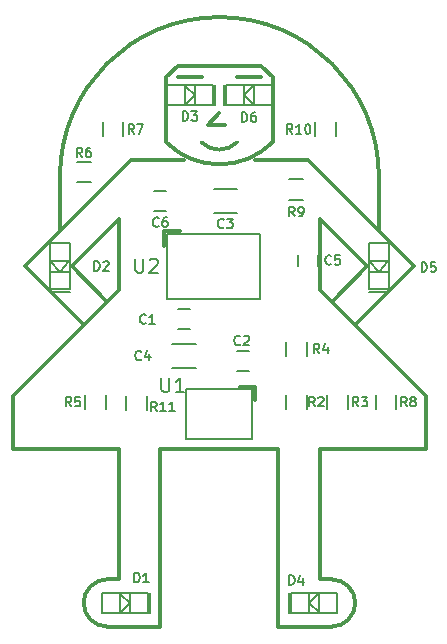
<source format=gto>
G04 #@! TF.FileFunction,Legend,Top*
%FSLAX46Y46*%
G04 Gerber Fmt 4.6, Leading zero omitted, Abs format (unit mm)*
G04 Created by KiCad (PCBNEW (2014-11-29 BZR 5307)-product) date 2/1/2015 9:55:14 PM*
%MOMM*%
G01*
G04 APERTURE LIST*
%ADD10C,0.150000*%
%ADD11C,0.350000*%
%ADD12C,0.300000*%
%ADD13C,0.200000*%
G04 APERTURE END LIST*
D10*
D11*
X126000000Y-96900000D02*
X126000000Y-97500000D01*
X99000000Y-96900000D02*
X99000000Y-97500000D01*
D12*
X116000000Y-88500000D02*
X114000000Y-88500000D01*
X109000000Y-88500000D02*
X111000000Y-88500000D01*
X111500000Y-92500000D02*
X113000000Y-92500000D01*
X112500000Y-91500000D02*
X111500000Y-92500000D01*
X111000000Y-94000000D02*
G75*
G03X114000000Y-94000000I1500000J1500000D01*
G01*
D11*
X108000000Y-93500000D02*
X108000000Y-94000000D01*
X117000000Y-93500000D02*
X117000000Y-94000000D01*
X108000000Y-94000000D02*
G75*
G03X117000000Y-94000000I4500000J4500000D01*
G01*
X108000000Y-88500000D02*
X108000000Y-93500000D01*
X109000000Y-87500000D02*
X108000000Y-88500000D01*
X112500000Y-87500000D02*
X109000000Y-87500000D01*
X117000000Y-88500000D02*
X117000000Y-93500000D01*
X116000000Y-87500000D02*
X117000000Y-88500000D01*
X112500000Y-87500000D02*
X116000000Y-87500000D01*
X126000000Y-96900000D02*
G75*
G03X112500000Y-83400000I-13500000J0D01*
G01*
X112500000Y-83400000D02*
G75*
G03X99000000Y-96900000I0J-13500000D01*
G01*
X126000000Y-101500000D02*
X126000000Y-97500000D01*
X99000000Y-101500000D02*
X99000000Y-97500000D01*
X120000000Y-95500000D02*
X115500000Y-95500000D01*
X129000000Y-104500000D02*
X120000000Y-95500000D01*
X124000000Y-109500000D02*
X129000000Y-104500000D01*
X125000000Y-104500000D02*
X122000000Y-107500000D01*
X121000000Y-100500000D02*
X125000000Y-104500000D01*
X121000000Y-106500000D02*
X121000000Y-100500000D01*
X130000000Y-115500000D02*
X121000000Y-106500000D01*
X130000000Y-120000000D02*
X130000000Y-115500000D01*
X105000000Y-95500000D02*
X109500000Y-95500000D01*
X96000000Y-104500000D02*
X105000000Y-95500000D01*
X101000000Y-109500000D02*
X96000000Y-104500000D01*
X100000000Y-104500000D02*
X103000000Y-107500000D01*
X104000000Y-100500000D02*
X100000000Y-104500000D01*
X104000000Y-106500000D02*
X104000000Y-100500000D01*
X95000000Y-115500000D02*
X104000000Y-106500000D01*
X104000000Y-120000000D02*
X95000000Y-120000000D01*
X95000000Y-120000000D02*
X95000000Y-115500000D01*
X104000000Y-131000000D02*
X104000000Y-120000000D01*
X103000000Y-131000000D02*
X104000000Y-131000000D01*
X103000000Y-131000000D02*
G75*
G03X101000000Y-133000000I0J-2000000D01*
G01*
X101000000Y-133000000D02*
G75*
G03X103000000Y-135000000I2000000J0D01*
G01*
X107500000Y-135000000D02*
X103000000Y-135000000D01*
X107500000Y-120000000D02*
X107500000Y-135000000D01*
X117500000Y-120000000D02*
X107500000Y-120000000D01*
X117500000Y-135000000D02*
X117500000Y-120000000D01*
X122000000Y-135000000D02*
X117500000Y-135000000D01*
X122000000Y-135000000D02*
G75*
G03X124000000Y-133000000I0J2000000D01*
G01*
X124000000Y-133000000D02*
G75*
G03X122000000Y-131000000I-2000000J0D01*
G01*
X121000000Y-131000000D02*
X122000000Y-131000000D01*
X121000000Y-120000000D02*
X121000000Y-131000000D01*
X130000000Y-120000000D02*
X121000000Y-120000000D01*
X109200000Y-101500000D02*
X107850000Y-101500000D01*
D10*
X107850000Y-101500000D02*
X107800000Y-101500000D01*
D11*
X107800000Y-101500000D02*
X107800000Y-102800000D01*
D10*
X108050000Y-101750000D02*
X115950000Y-101750000D01*
X115950000Y-101750000D02*
X115950000Y-107250000D01*
X115950000Y-107250000D02*
X108050000Y-107250000D01*
X108050000Y-107250000D02*
X108050000Y-101750000D01*
X110000000Y-108100000D02*
X109000000Y-108100000D01*
X109000000Y-109800000D02*
X110000000Y-109800000D01*
X114000000Y-113350000D02*
X115000000Y-113350000D01*
X115000000Y-111650000D02*
X114000000Y-111650000D01*
X114000000Y-97975000D02*
X112000000Y-97975000D01*
X112000000Y-100025000D02*
X114000000Y-100025000D01*
X110500000Y-111050000D02*
X108500000Y-111050000D01*
X108500000Y-113100000D02*
X110500000Y-113100000D01*
X119150000Y-103500000D02*
X119150000Y-104500000D01*
X120850000Y-104500000D02*
X120850000Y-103500000D01*
X107000000Y-99850000D02*
X108000000Y-99850000D01*
X108000000Y-98150000D02*
X107000000Y-98150000D01*
X104050000Y-132150000D02*
X104050000Y-133850000D01*
X104050000Y-133850000D02*
X104950000Y-133000000D01*
X104950000Y-133000000D02*
X104050000Y-132200000D01*
X104950000Y-132150000D02*
X104950000Y-133850000D01*
X106650000Y-132150000D02*
X106650000Y-133850000D01*
X106450000Y-132150000D02*
X102550000Y-132150000D01*
X102550000Y-132150000D02*
X102550000Y-133850000D01*
X102550000Y-133850000D02*
X106450000Y-133850000D01*
X106450000Y-133850000D02*
X106450000Y-132150000D01*
X99850000Y-104050000D02*
X98150000Y-104050000D01*
X98150000Y-104050000D02*
X99000000Y-104950000D01*
X99000000Y-104950000D02*
X99800000Y-104050000D01*
X99850000Y-104950000D02*
X98150000Y-104950000D01*
X99850000Y-106650000D02*
X98150000Y-106650000D01*
X99850000Y-106450000D02*
X99850000Y-102550000D01*
X99850000Y-102550000D02*
X98150000Y-102550000D01*
X98150000Y-102550000D02*
X98150000Y-106450000D01*
X98150000Y-106450000D02*
X99850000Y-106450000D01*
X109550000Y-89150000D02*
X109550000Y-90850000D01*
X109550000Y-90850000D02*
X110450000Y-90000000D01*
X110450000Y-90000000D02*
X109550000Y-89200000D01*
X110450000Y-89150000D02*
X110450000Y-90850000D01*
X112150000Y-89150000D02*
X112150000Y-90850000D01*
X111950000Y-89150000D02*
X108050000Y-89150000D01*
X108050000Y-89150000D02*
X108050000Y-90850000D01*
X108050000Y-90850000D02*
X111950000Y-90850000D01*
X111950000Y-90850000D02*
X111950000Y-89150000D01*
X120950000Y-133850000D02*
X120950000Y-132150000D01*
X120950000Y-132150000D02*
X120050000Y-133000000D01*
X120050000Y-133000000D02*
X120950000Y-133800000D01*
X120050000Y-133850000D02*
X120050000Y-132150000D01*
X118350000Y-133850000D02*
X118350000Y-132150000D01*
X118550000Y-133850000D02*
X122450000Y-133850000D01*
X122450000Y-133850000D02*
X122450000Y-132150000D01*
X122450000Y-132150000D02*
X118550000Y-132150000D01*
X118550000Y-132150000D02*
X118550000Y-133850000D01*
X126850000Y-104050000D02*
X125150000Y-104050000D01*
X125150000Y-104050000D02*
X126000000Y-104950000D01*
X126000000Y-104950000D02*
X126800000Y-104050000D01*
X126850000Y-104950000D02*
X125150000Y-104950000D01*
X126850000Y-106650000D02*
X125150000Y-106650000D01*
X126850000Y-106450000D02*
X126850000Y-102550000D01*
X126850000Y-102550000D02*
X125150000Y-102550000D01*
X125150000Y-102550000D02*
X125150000Y-106450000D01*
X125150000Y-106450000D02*
X126850000Y-106450000D01*
X115450000Y-90850000D02*
X115450000Y-89150000D01*
X115450000Y-89150000D02*
X114550000Y-90000000D01*
X114550000Y-90000000D02*
X115450000Y-90800000D01*
X114550000Y-90850000D02*
X114550000Y-89150000D01*
X112850000Y-90850000D02*
X112850000Y-89150000D01*
X113050000Y-90850000D02*
X116950000Y-90850000D01*
X116950000Y-90850000D02*
X116950000Y-89150000D01*
X116950000Y-89150000D02*
X113050000Y-89150000D01*
X113050000Y-89150000D02*
X113050000Y-90850000D01*
X118125000Y-116600000D02*
X118125000Y-115400000D01*
X119875000Y-115400000D02*
X119875000Y-116600000D01*
X121625000Y-116600000D02*
X121625000Y-115400000D01*
X123375000Y-115400000D02*
X123375000Y-116600000D01*
X119875000Y-110900000D02*
X119875000Y-112100000D01*
X118125000Y-112100000D02*
X118125000Y-110900000D01*
X101135000Y-116600000D02*
X101135000Y-115400000D01*
X102885000Y-115400000D02*
X102885000Y-116600000D01*
X100400000Y-95625000D02*
X101600000Y-95625000D01*
X101600000Y-97375000D02*
X100400000Y-97375000D01*
X104375000Y-92300000D02*
X104375000Y-93500000D01*
X102625000Y-93500000D02*
X102625000Y-92300000D01*
X125725000Y-116600000D02*
X125725000Y-115400000D01*
X127475000Y-115400000D02*
X127475000Y-116600000D01*
X119600000Y-98875000D02*
X118400000Y-98875000D01*
X118400000Y-97125000D02*
X119600000Y-97125000D01*
X122375000Y-92300000D02*
X122375000Y-93500000D01*
X120625000Y-93500000D02*
X120625000Y-92300000D01*
X104605000Y-116660000D02*
X104605000Y-115460000D01*
X106355000Y-115460000D02*
X106355000Y-116660000D01*
D11*
X115500000Y-115850000D02*
X115500000Y-114700000D01*
X115500000Y-114700000D02*
X114250000Y-114700000D01*
D10*
X115300000Y-119100000D02*
X115300000Y-114900000D01*
X115300000Y-114900000D02*
X109700000Y-114900000D01*
X109700000Y-119100000D02*
X109700000Y-114900000D01*
X109725000Y-119120000D02*
X115275000Y-119120000D01*
D13*
X105385714Y-103842857D02*
X105385714Y-104814286D01*
X105442857Y-104928571D01*
X105500000Y-104985714D01*
X105614286Y-105042857D01*
X105842857Y-105042857D01*
X105957143Y-104985714D01*
X106014286Y-104928571D01*
X106071429Y-104814286D01*
X106071429Y-103842857D01*
X106585714Y-103957143D02*
X106642857Y-103900000D01*
X106757143Y-103842857D01*
X107042857Y-103842857D01*
X107157143Y-103900000D01*
X107214286Y-103957143D01*
X107271429Y-104071429D01*
X107271429Y-104185714D01*
X107214286Y-104357143D01*
X106528572Y-105042857D01*
X107271429Y-105042857D01*
D10*
X106266667Y-109285714D02*
X106228572Y-109323810D01*
X106114286Y-109361905D01*
X106038096Y-109361905D01*
X105923810Y-109323810D01*
X105847619Y-109247619D01*
X105809524Y-109171429D01*
X105771429Y-109019048D01*
X105771429Y-108904762D01*
X105809524Y-108752381D01*
X105847619Y-108676190D01*
X105923810Y-108600000D01*
X106038096Y-108561905D01*
X106114286Y-108561905D01*
X106228572Y-108600000D01*
X106266667Y-108638095D01*
X107028572Y-109361905D02*
X106571429Y-109361905D01*
X106800000Y-109361905D02*
X106800000Y-108561905D01*
X106723810Y-108676190D01*
X106647619Y-108752381D01*
X106571429Y-108790476D01*
X114266667Y-111085714D02*
X114228572Y-111123810D01*
X114114286Y-111161905D01*
X114038096Y-111161905D01*
X113923810Y-111123810D01*
X113847619Y-111047619D01*
X113809524Y-110971429D01*
X113771429Y-110819048D01*
X113771429Y-110704762D01*
X113809524Y-110552381D01*
X113847619Y-110476190D01*
X113923810Y-110400000D01*
X114038096Y-110361905D01*
X114114286Y-110361905D01*
X114228572Y-110400000D01*
X114266667Y-110438095D01*
X114571429Y-110438095D02*
X114609524Y-110400000D01*
X114685715Y-110361905D01*
X114876191Y-110361905D01*
X114952381Y-110400000D01*
X114990477Y-110438095D01*
X115028572Y-110514286D01*
X115028572Y-110590476D01*
X114990477Y-110704762D01*
X114533334Y-111161905D01*
X115028572Y-111161905D01*
X112866667Y-101185714D02*
X112828572Y-101223810D01*
X112714286Y-101261905D01*
X112638096Y-101261905D01*
X112523810Y-101223810D01*
X112447619Y-101147619D01*
X112409524Y-101071429D01*
X112371429Y-100919048D01*
X112371429Y-100804762D01*
X112409524Y-100652381D01*
X112447619Y-100576190D01*
X112523810Y-100500000D01*
X112638096Y-100461905D01*
X112714286Y-100461905D01*
X112828572Y-100500000D01*
X112866667Y-100538095D01*
X113133334Y-100461905D02*
X113628572Y-100461905D01*
X113361905Y-100766667D01*
X113476191Y-100766667D01*
X113552381Y-100804762D01*
X113590477Y-100842857D01*
X113628572Y-100919048D01*
X113628572Y-101109524D01*
X113590477Y-101185714D01*
X113552381Y-101223810D01*
X113476191Y-101261905D01*
X113247619Y-101261905D01*
X113171429Y-101223810D01*
X113133334Y-101185714D01*
X105866667Y-112385714D02*
X105828572Y-112423810D01*
X105714286Y-112461905D01*
X105638096Y-112461905D01*
X105523810Y-112423810D01*
X105447619Y-112347619D01*
X105409524Y-112271429D01*
X105371429Y-112119048D01*
X105371429Y-112004762D01*
X105409524Y-111852381D01*
X105447619Y-111776190D01*
X105523810Y-111700000D01*
X105638096Y-111661905D01*
X105714286Y-111661905D01*
X105828572Y-111700000D01*
X105866667Y-111738095D01*
X106552381Y-111928571D02*
X106552381Y-112461905D01*
X106361905Y-111623810D02*
X106171429Y-112195238D01*
X106666667Y-112195238D01*
X121966667Y-104285714D02*
X121928572Y-104323810D01*
X121814286Y-104361905D01*
X121738096Y-104361905D01*
X121623810Y-104323810D01*
X121547619Y-104247619D01*
X121509524Y-104171429D01*
X121471429Y-104019048D01*
X121471429Y-103904762D01*
X121509524Y-103752381D01*
X121547619Y-103676190D01*
X121623810Y-103600000D01*
X121738096Y-103561905D01*
X121814286Y-103561905D01*
X121928572Y-103600000D01*
X121966667Y-103638095D01*
X122690477Y-103561905D02*
X122309524Y-103561905D01*
X122271429Y-103942857D01*
X122309524Y-103904762D01*
X122385715Y-103866667D01*
X122576191Y-103866667D01*
X122652381Y-103904762D01*
X122690477Y-103942857D01*
X122728572Y-104019048D01*
X122728572Y-104209524D01*
X122690477Y-104285714D01*
X122652381Y-104323810D01*
X122576191Y-104361905D01*
X122385715Y-104361905D01*
X122309524Y-104323810D01*
X122271429Y-104285714D01*
X107366667Y-101085714D02*
X107328572Y-101123810D01*
X107214286Y-101161905D01*
X107138096Y-101161905D01*
X107023810Y-101123810D01*
X106947619Y-101047619D01*
X106909524Y-100971429D01*
X106871429Y-100819048D01*
X106871429Y-100704762D01*
X106909524Y-100552381D01*
X106947619Y-100476190D01*
X107023810Y-100400000D01*
X107138096Y-100361905D01*
X107214286Y-100361905D01*
X107328572Y-100400000D01*
X107366667Y-100438095D01*
X108052381Y-100361905D02*
X107900000Y-100361905D01*
X107823810Y-100400000D01*
X107785715Y-100438095D01*
X107709524Y-100552381D01*
X107671429Y-100704762D01*
X107671429Y-101009524D01*
X107709524Y-101085714D01*
X107747619Y-101123810D01*
X107823810Y-101161905D01*
X107976191Y-101161905D01*
X108052381Y-101123810D01*
X108090477Y-101085714D01*
X108128572Y-101009524D01*
X108128572Y-100819048D01*
X108090477Y-100742857D01*
X108052381Y-100704762D01*
X107976191Y-100666667D01*
X107823810Y-100666667D01*
X107747619Y-100704762D01*
X107709524Y-100742857D01*
X107671429Y-100819048D01*
X105309524Y-131261905D02*
X105309524Y-130461905D01*
X105500000Y-130461905D01*
X105614286Y-130500000D01*
X105690477Y-130576190D01*
X105728572Y-130652381D01*
X105766667Y-130804762D01*
X105766667Y-130919048D01*
X105728572Y-131071429D01*
X105690477Y-131147619D01*
X105614286Y-131223810D01*
X105500000Y-131261905D01*
X105309524Y-131261905D01*
X106528572Y-131261905D02*
X106071429Y-131261905D01*
X106300000Y-131261905D02*
X106300000Y-130461905D01*
X106223810Y-130576190D01*
X106147619Y-130652381D01*
X106071429Y-130690476D01*
X101909524Y-104861905D02*
X101909524Y-104061905D01*
X102100000Y-104061905D01*
X102214286Y-104100000D01*
X102290477Y-104176190D01*
X102328572Y-104252381D01*
X102366667Y-104404762D01*
X102366667Y-104519048D01*
X102328572Y-104671429D01*
X102290477Y-104747619D01*
X102214286Y-104823810D01*
X102100000Y-104861905D01*
X101909524Y-104861905D01*
X102671429Y-104138095D02*
X102709524Y-104100000D01*
X102785715Y-104061905D01*
X102976191Y-104061905D01*
X103052381Y-104100000D01*
X103090477Y-104138095D01*
X103128572Y-104214286D01*
X103128572Y-104290476D01*
X103090477Y-104404762D01*
X102633334Y-104861905D01*
X103128572Y-104861905D01*
X109409524Y-92161905D02*
X109409524Y-91361905D01*
X109600000Y-91361905D01*
X109714286Y-91400000D01*
X109790477Y-91476190D01*
X109828572Y-91552381D01*
X109866667Y-91704762D01*
X109866667Y-91819048D01*
X109828572Y-91971429D01*
X109790477Y-92047619D01*
X109714286Y-92123810D01*
X109600000Y-92161905D01*
X109409524Y-92161905D01*
X110133334Y-91361905D02*
X110628572Y-91361905D01*
X110361905Y-91666667D01*
X110476191Y-91666667D01*
X110552381Y-91704762D01*
X110590477Y-91742857D01*
X110628572Y-91819048D01*
X110628572Y-92009524D01*
X110590477Y-92085714D01*
X110552381Y-92123810D01*
X110476191Y-92161905D01*
X110247619Y-92161905D01*
X110171429Y-92123810D01*
X110133334Y-92085714D01*
X118409524Y-131461905D02*
X118409524Y-130661905D01*
X118600000Y-130661905D01*
X118714286Y-130700000D01*
X118790477Y-130776190D01*
X118828572Y-130852381D01*
X118866667Y-131004762D01*
X118866667Y-131119048D01*
X118828572Y-131271429D01*
X118790477Y-131347619D01*
X118714286Y-131423810D01*
X118600000Y-131461905D01*
X118409524Y-131461905D01*
X119552381Y-130928571D02*
X119552381Y-131461905D01*
X119361905Y-130623810D02*
X119171429Y-131195238D01*
X119666667Y-131195238D01*
X129609524Y-104961905D02*
X129609524Y-104161905D01*
X129800000Y-104161905D01*
X129914286Y-104200000D01*
X129990477Y-104276190D01*
X130028572Y-104352381D01*
X130066667Y-104504762D01*
X130066667Y-104619048D01*
X130028572Y-104771429D01*
X129990477Y-104847619D01*
X129914286Y-104923810D01*
X129800000Y-104961905D01*
X129609524Y-104961905D01*
X130790477Y-104161905D02*
X130409524Y-104161905D01*
X130371429Y-104542857D01*
X130409524Y-104504762D01*
X130485715Y-104466667D01*
X130676191Y-104466667D01*
X130752381Y-104504762D01*
X130790477Y-104542857D01*
X130828572Y-104619048D01*
X130828572Y-104809524D01*
X130790477Y-104885714D01*
X130752381Y-104923810D01*
X130676191Y-104961905D01*
X130485715Y-104961905D01*
X130409524Y-104923810D01*
X130371429Y-104885714D01*
X114409524Y-92261905D02*
X114409524Y-91461905D01*
X114600000Y-91461905D01*
X114714286Y-91500000D01*
X114790477Y-91576190D01*
X114828572Y-91652381D01*
X114866667Y-91804762D01*
X114866667Y-91919048D01*
X114828572Y-92071429D01*
X114790477Y-92147619D01*
X114714286Y-92223810D01*
X114600000Y-92261905D01*
X114409524Y-92261905D01*
X115552381Y-91461905D02*
X115400000Y-91461905D01*
X115323810Y-91500000D01*
X115285715Y-91538095D01*
X115209524Y-91652381D01*
X115171429Y-91804762D01*
X115171429Y-92109524D01*
X115209524Y-92185714D01*
X115247619Y-92223810D01*
X115323810Y-92261905D01*
X115476191Y-92261905D01*
X115552381Y-92223810D01*
X115590477Y-92185714D01*
X115628572Y-92109524D01*
X115628572Y-91919048D01*
X115590477Y-91842857D01*
X115552381Y-91804762D01*
X115476191Y-91766667D01*
X115323810Y-91766667D01*
X115247619Y-91804762D01*
X115209524Y-91842857D01*
X115171429Y-91919048D01*
X120566667Y-116361905D02*
X120300000Y-115980952D01*
X120109524Y-116361905D02*
X120109524Y-115561905D01*
X120414286Y-115561905D01*
X120490477Y-115600000D01*
X120528572Y-115638095D01*
X120566667Y-115714286D01*
X120566667Y-115828571D01*
X120528572Y-115904762D01*
X120490477Y-115942857D01*
X120414286Y-115980952D01*
X120109524Y-115980952D01*
X120871429Y-115638095D02*
X120909524Y-115600000D01*
X120985715Y-115561905D01*
X121176191Y-115561905D01*
X121252381Y-115600000D01*
X121290477Y-115638095D01*
X121328572Y-115714286D01*
X121328572Y-115790476D01*
X121290477Y-115904762D01*
X120833334Y-116361905D01*
X121328572Y-116361905D01*
X124266667Y-116361905D02*
X124000000Y-115980952D01*
X123809524Y-116361905D02*
X123809524Y-115561905D01*
X124114286Y-115561905D01*
X124190477Y-115600000D01*
X124228572Y-115638095D01*
X124266667Y-115714286D01*
X124266667Y-115828571D01*
X124228572Y-115904762D01*
X124190477Y-115942857D01*
X124114286Y-115980952D01*
X123809524Y-115980952D01*
X124533334Y-115561905D02*
X125028572Y-115561905D01*
X124761905Y-115866667D01*
X124876191Y-115866667D01*
X124952381Y-115904762D01*
X124990477Y-115942857D01*
X125028572Y-116019048D01*
X125028572Y-116209524D01*
X124990477Y-116285714D01*
X124952381Y-116323810D01*
X124876191Y-116361905D01*
X124647619Y-116361905D01*
X124571429Y-116323810D01*
X124533334Y-116285714D01*
X120966667Y-111861905D02*
X120700000Y-111480952D01*
X120509524Y-111861905D02*
X120509524Y-111061905D01*
X120814286Y-111061905D01*
X120890477Y-111100000D01*
X120928572Y-111138095D01*
X120966667Y-111214286D01*
X120966667Y-111328571D01*
X120928572Y-111404762D01*
X120890477Y-111442857D01*
X120814286Y-111480952D01*
X120509524Y-111480952D01*
X121652381Y-111328571D02*
X121652381Y-111861905D01*
X121461905Y-111023810D02*
X121271429Y-111595238D01*
X121766667Y-111595238D01*
X99966667Y-116361905D02*
X99700000Y-115980952D01*
X99509524Y-116361905D02*
X99509524Y-115561905D01*
X99814286Y-115561905D01*
X99890477Y-115600000D01*
X99928572Y-115638095D01*
X99966667Y-115714286D01*
X99966667Y-115828571D01*
X99928572Y-115904762D01*
X99890477Y-115942857D01*
X99814286Y-115980952D01*
X99509524Y-115980952D01*
X100690477Y-115561905D02*
X100309524Y-115561905D01*
X100271429Y-115942857D01*
X100309524Y-115904762D01*
X100385715Y-115866667D01*
X100576191Y-115866667D01*
X100652381Y-115904762D01*
X100690477Y-115942857D01*
X100728572Y-116019048D01*
X100728572Y-116209524D01*
X100690477Y-116285714D01*
X100652381Y-116323810D01*
X100576191Y-116361905D01*
X100385715Y-116361905D01*
X100309524Y-116323810D01*
X100271429Y-116285714D01*
X100866667Y-95261905D02*
X100600000Y-94880952D01*
X100409524Y-95261905D02*
X100409524Y-94461905D01*
X100714286Y-94461905D01*
X100790477Y-94500000D01*
X100828572Y-94538095D01*
X100866667Y-94614286D01*
X100866667Y-94728571D01*
X100828572Y-94804762D01*
X100790477Y-94842857D01*
X100714286Y-94880952D01*
X100409524Y-94880952D01*
X101552381Y-94461905D02*
X101400000Y-94461905D01*
X101323810Y-94500000D01*
X101285715Y-94538095D01*
X101209524Y-94652381D01*
X101171429Y-94804762D01*
X101171429Y-95109524D01*
X101209524Y-95185714D01*
X101247619Y-95223810D01*
X101323810Y-95261905D01*
X101476191Y-95261905D01*
X101552381Y-95223810D01*
X101590477Y-95185714D01*
X101628572Y-95109524D01*
X101628572Y-94919048D01*
X101590477Y-94842857D01*
X101552381Y-94804762D01*
X101476191Y-94766667D01*
X101323810Y-94766667D01*
X101247619Y-94804762D01*
X101209524Y-94842857D01*
X101171429Y-94919048D01*
X105266667Y-93261905D02*
X105000000Y-92880952D01*
X104809524Y-93261905D02*
X104809524Y-92461905D01*
X105114286Y-92461905D01*
X105190477Y-92500000D01*
X105228572Y-92538095D01*
X105266667Y-92614286D01*
X105266667Y-92728571D01*
X105228572Y-92804762D01*
X105190477Y-92842857D01*
X105114286Y-92880952D01*
X104809524Y-92880952D01*
X105533334Y-92461905D02*
X106066667Y-92461905D01*
X105723810Y-93261905D01*
X128366667Y-116361905D02*
X128100000Y-115980952D01*
X127909524Y-116361905D02*
X127909524Y-115561905D01*
X128214286Y-115561905D01*
X128290477Y-115600000D01*
X128328572Y-115638095D01*
X128366667Y-115714286D01*
X128366667Y-115828571D01*
X128328572Y-115904762D01*
X128290477Y-115942857D01*
X128214286Y-115980952D01*
X127909524Y-115980952D01*
X128823810Y-115904762D02*
X128747619Y-115866667D01*
X128709524Y-115828571D01*
X128671429Y-115752381D01*
X128671429Y-115714286D01*
X128709524Y-115638095D01*
X128747619Y-115600000D01*
X128823810Y-115561905D01*
X128976191Y-115561905D01*
X129052381Y-115600000D01*
X129090477Y-115638095D01*
X129128572Y-115714286D01*
X129128572Y-115752381D01*
X129090477Y-115828571D01*
X129052381Y-115866667D01*
X128976191Y-115904762D01*
X128823810Y-115904762D01*
X128747619Y-115942857D01*
X128709524Y-115980952D01*
X128671429Y-116057143D01*
X128671429Y-116209524D01*
X128709524Y-116285714D01*
X128747619Y-116323810D01*
X128823810Y-116361905D01*
X128976191Y-116361905D01*
X129052381Y-116323810D01*
X129090477Y-116285714D01*
X129128572Y-116209524D01*
X129128572Y-116057143D01*
X129090477Y-115980952D01*
X129052381Y-115942857D01*
X128976191Y-115904762D01*
X118866667Y-100261905D02*
X118600000Y-99880952D01*
X118409524Y-100261905D02*
X118409524Y-99461905D01*
X118714286Y-99461905D01*
X118790477Y-99500000D01*
X118828572Y-99538095D01*
X118866667Y-99614286D01*
X118866667Y-99728571D01*
X118828572Y-99804762D01*
X118790477Y-99842857D01*
X118714286Y-99880952D01*
X118409524Y-99880952D01*
X119247619Y-100261905D02*
X119400000Y-100261905D01*
X119476191Y-100223810D01*
X119514286Y-100185714D01*
X119590477Y-100071429D01*
X119628572Y-99919048D01*
X119628572Y-99614286D01*
X119590477Y-99538095D01*
X119552381Y-99500000D01*
X119476191Y-99461905D01*
X119323810Y-99461905D01*
X119247619Y-99500000D01*
X119209524Y-99538095D01*
X119171429Y-99614286D01*
X119171429Y-99804762D01*
X119209524Y-99880952D01*
X119247619Y-99919048D01*
X119323810Y-99957143D01*
X119476191Y-99957143D01*
X119552381Y-99919048D01*
X119590477Y-99880952D01*
X119628572Y-99804762D01*
X118685714Y-93261905D02*
X118419047Y-92880952D01*
X118228571Y-93261905D02*
X118228571Y-92461905D01*
X118533333Y-92461905D01*
X118609524Y-92500000D01*
X118647619Y-92538095D01*
X118685714Y-92614286D01*
X118685714Y-92728571D01*
X118647619Y-92804762D01*
X118609524Y-92842857D01*
X118533333Y-92880952D01*
X118228571Y-92880952D01*
X119447619Y-93261905D02*
X118990476Y-93261905D01*
X119219047Y-93261905D02*
X119219047Y-92461905D01*
X119142857Y-92576190D01*
X119066666Y-92652381D01*
X118990476Y-92690476D01*
X119942857Y-92461905D02*
X120019048Y-92461905D01*
X120095238Y-92500000D01*
X120133333Y-92538095D01*
X120171429Y-92614286D01*
X120209524Y-92766667D01*
X120209524Y-92957143D01*
X120171429Y-93109524D01*
X120133333Y-93185714D01*
X120095238Y-93223810D01*
X120019048Y-93261905D01*
X119942857Y-93261905D01*
X119866667Y-93223810D01*
X119828571Y-93185714D01*
X119790476Y-93109524D01*
X119752381Y-92957143D01*
X119752381Y-92766667D01*
X119790476Y-92614286D01*
X119828571Y-92538095D01*
X119866667Y-92500000D01*
X119942857Y-92461905D01*
X107185714Y-116761905D02*
X106919047Y-116380952D01*
X106728571Y-116761905D02*
X106728571Y-115961905D01*
X107033333Y-115961905D01*
X107109524Y-116000000D01*
X107147619Y-116038095D01*
X107185714Y-116114286D01*
X107185714Y-116228571D01*
X107147619Y-116304762D01*
X107109524Y-116342857D01*
X107033333Y-116380952D01*
X106728571Y-116380952D01*
X107947619Y-116761905D02*
X107490476Y-116761905D01*
X107719047Y-116761905D02*
X107719047Y-115961905D01*
X107642857Y-116076190D01*
X107566666Y-116152381D01*
X107490476Y-116190476D01*
X108709524Y-116761905D02*
X108252381Y-116761905D01*
X108480952Y-116761905D02*
X108480952Y-115961905D01*
X108404762Y-116076190D01*
X108328571Y-116152381D01*
X108252381Y-116190476D01*
D13*
X107585714Y-113942857D02*
X107585714Y-114914286D01*
X107642857Y-115028571D01*
X107700000Y-115085714D01*
X107814286Y-115142857D01*
X108042857Y-115142857D01*
X108157143Y-115085714D01*
X108214286Y-115028571D01*
X108271429Y-114914286D01*
X108271429Y-113942857D01*
X109471429Y-115142857D02*
X108785714Y-115142857D01*
X109128572Y-115142857D02*
X109128572Y-113942857D01*
X109014286Y-114114286D01*
X108900000Y-114228571D01*
X108785714Y-114285714D01*
M02*

</source>
